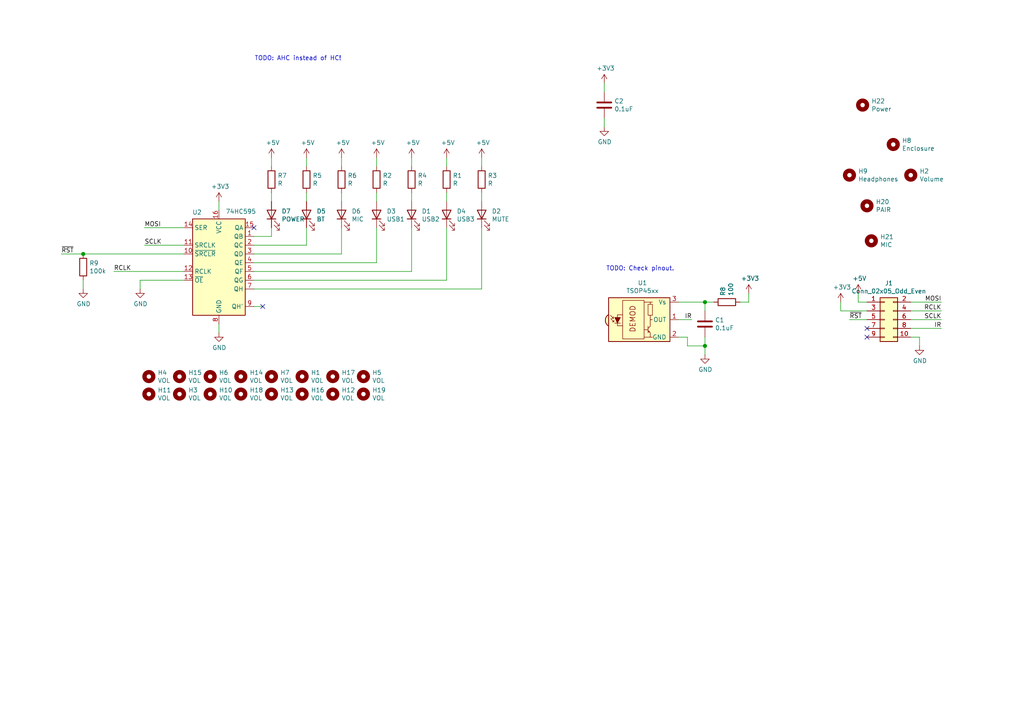
<source format=kicad_sch>
(kicad_sch (version 20201015) (generator eeschema)
  (page 1 1)
  (paper "A4")
  (lib_symbols
    (symbol "74xx:74HC595"
      (property "Reference" "U" (at -7.62 13.97 0))
      (property "Value" "74HC595" (at -7.62 -16.51 0))
      (symbol "74HC595_1_0"
        (pin tri_state line (at 10.16 7.62 180) (length 2.54) (name "QB") (number "1"))
        (pin input line (at -10.16 2.54 0) (length 2.54) (name "~SRCLR") (number "10"))
        (pin input line (at -10.16 5.08 0) (length 2.54) (name "SRCLK") (number "11"))
        (pin input line (at -10.16 -2.54 0) (length 2.54) (name "RCLK") (number "12"))
        (pin input line (at -10.16 -5.08 0) (length 2.54) (name "~OE") (number "13"))
        (pin input line (at -10.16 10.16 0) (length 2.54) (name "SER") (number "14"))
        (pin tri_state line (at 10.16 10.16 180) (length 2.54) (name "QA") (number "15"))
        (pin power_in line (at 0 15.24 270) (length 2.54) (name "VCC") (number "16"))
        (pin tri_state line (at 10.16 5.08 180) (length 2.54) (name "QC") (number "2"))
        (pin tri_state line (at 10.16 2.54 180) (length 2.54) (name "QD") (number "3"))
        (pin tri_state line (at 10.16 0 180) (length 2.54) (name "QE") (number "4"))
        (pin tri_state line (at 10.16 -2.54 180) (length 2.54) (name "QF") (number "5"))
        (pin tri_state line (at 10.16 -5.08 180) (length 2.54) (name "QG") (number "6"))
        (pin tri_state line (at 10.16 -7.62 180) (length 2.54) (name "QH") (number "7"))
        (pin power_in line (at 0 -17.78 90) (length 2.54) (name "GND") (number "8"))
        (pin output line (at 10.16 -12.7 180) (length 2.54) (name "QH'") (number "9"))
      )
      (symbol "74HC595_1_1"
        (rectangle (start -7.62 12.7) (end 7.62 -15.24) (stroke (width 0.254)) (fill (type background)))
      )
    )
    (symbol "Connector_Generic:Conn_02x05_Odd_Even" (pin_names (offset 1.016) hide)
      (property "Reference" "J" (at 1.27 7.62 0))
      (property "Value" "Conn_02x05_Odd_Even" (at 1.27 -7.62 0))
      (symbol "Conn_02x05_Odd_Even_1_1"
        (rectangle (start -1.27 -4.953) (end 0 -5.207) (stroke (width 0.1524)))
        (rectangle (start -1.27 -2.413) (end 0 -2.667) (stroke (width 0.1524)))
        (rectangle (start -1.27 2.667) (end 0 2.413) (stroke (width 0.1524)))
        (rectangle (start -1.27 5.207) (end 0 4.953) (stroke (width 0.1524)))
        (rectangle (start -1.27 6.35) (end 3.81 -6.35) (stroke (width 0.254)) (fill (type background)))
        (rectangle (start -1.27 0.127) (end 0 -0.127) (stroke (width 0.1524)))
        (rectangle (start 3.81 -4.953) (end 2.54 -5.207) (stroke (width 0.1524)))
        (rectangle (start 3.81 -2.413) (end 2.54 -2.667) (stroke (width 0.1524)))
        (rectangle (start 3.81 2.667) (end 2.54 2.413) (stroke (width 0.1524)))
        (rectangle (start 3.81 5.207) (end 2.54 4.953) (stroke (width 0.1524)))
        (rectangle (start 3.81 0.127) (end 2.54 -0.127) (stroke (width 0.1524)))
        (pin passive line (at -5.08 5.08 0) (length 3.81) (name "Pin_1") (number "1"))
        (pin passive line (at 7.62 -5.08 180) (length 3.81) (name "Pin_10") (number "10"))
        (pin passive line (at 7.62 5.08 180) (length 3.81) (name "Pin_2") (number "2"))
        (pin passive line (at -5.08 2.54 0) (length 3.81) (name "Pin_3") (number "3"))
        (pin passive line (at 7.62 2.54 180) (length 3.81) (name "Pin_4") (number "4"))
        (pin passive line (at -5.08 0 0) (length 3.81) (name "Pin_5") (number "5"))
        (pin passive line (at 7.62 0 180) (length 3.81) (name "Pin_6") (number "6"))
        (pin passive line (at -5.08 -2.54 0) (length 3.81) (name "Pin_7") (number "7"))
        (pin passive line (at 7.62 -2.54 180) (length 3.81) (name "Pin_8") (number "8"))
        (pin passive line (at -5.08 -5.08 0) (length 3.81) (name "Pin_9") (number "9"))
      )
    )
    (symbol "Device:C" (pin_numbers hide) (pin_names (offset 0.254))
      (property "Reference" "C" (at 0.635 2.54 0))
      (property "Value" "C" (at 0.635 -2.54 0))
      (symbol "C_0_1"
        (polyline (pts (xy -2.032 -0.762) (xy 2.032 -0.762)) (stroke (width 0.508)))
        (polyline (pts (xy -2.032 0.762) (xy 2.032 0.762)) (stroke (width 0.508)))
      )
      (symbol "C_1_1"
        (pin passive line (at 0 3.81 270) (length 2.794) (name "~") (number "1"))
        (pin passive line (at 0 -3.81 90) (length 2.794) (name "~") (number "2"))
      )
    )
    (symbol "Device:LED" (pin_numbers hide) (pin_names (offset 1.016) hide)
      (property "Reference" "D" (at 0 2.54 0))
      (property "Value" "LED" (at 0 -2.54 0))
      (symbol "LED_0_1"
        (polyline (pts (xy -1.27 -1.27) (xy -1.27 1.27)) (stroke (width 0.254)))
        (polyline (pts (xy -1.27 0) (xy 1.27 0)))
        (polyline (pts (xy 1.27 -1.27) (xy 1.27 1.27) (xy -1.27 0) (xy 1.27 -1.27)) (stroke (width 0.254)))
        (polyline (pts (xy -3.048 -0.762) (xy -4.572 -2.286) (xy -3.81 -2.286) (xy -4.572 -2.286) (xy -4.572 -1.524)))
        (polyline (pts (xy -1.778 -0.762) (xy -3.302 -2.286) (xy -2.54 -2.286) (xy -3.302 -2.286) (xy -3.302 -1.524)))
      )
      (symbol "LED_1_1"
        (pin passive line (at -3.81 0 0) (length 2.54) (name "K") (number "1"))
        (pin passive line (at 3.81 0 180) (length 2.54) (name "A") (number "2"))
      )
    )
    (symbol "Device:R" (pin_numbers hide) (pin_names (offset 0))
      (property "Reference" "R" (at 2.032 0 90))
      (property "Value" "R" (at 0 0 90))
      (symbol "R_0_1"
        (rectangle (start -1.016 -2.54) (end 1.016 2.54) (stroke (width 0.254)))
      )
      (symbol "R_1_1"
        (pin passive line (at 0 3.81 270) (length 1.27) (name "~") (number "1"))
        (pin passive line (at 0 -3.81 90) (length 1.27) (name "~") (number "2"))
      )
    )
    (symbol "Interface_Optical:TSOP45xx" (pin_names (offset 1.016))
      (property "Reference" "U" (at -10.16 7.62 0))
      (property "Value" "TSOP45xx" (at -10.16 -7.62 0))
      (symbol "TSOP45xx_0_0"
        (arc (start -10.287 1.397) (end -10.287 -1.778) (radius (at -9.144 -0.1778) (length 1.9558) (angles 126 -125.5)) (stroke (width 0.254)) (fill (type background)))
        (text "DEMOD" (at -3.175 0.254 900) (effects (font (size 1.524 1.524))))
        (polyline (pts (xy 1.905 -5.08) (xy 0.127 -5.08)))
        (polyline (pts (xy 1.905 5.08) (xy 0.127 5.08)))
      )
      (symbol "TSOP45xx_0_1"
        (rectangle (start -6.096 5.588) (end 0.127 -5.588))
        (rectangle (start 2.54 1.27) (end 1.27 4.445))
        (rectangle (start 7.62 6.35) (end -10.16 -6.35) (stroke (width 0.254)) (fill (type background)))
        (polyline (pts (xy -8.763 0.381) (xy -9.652 1.27)))
        (polyline (pts (xy -8.763 0.381) (xy -9.271 0.381)))
        (polyline (pts (xy -8.763 0.381) (xy -8.763 0.889)))
        (polyline (pts (xy -8.636 -0.635) (xy -9.525 0.254)))
        (polyline (pts (xy -8.636 -0.635) (xy -9.144 -0.635)))
        (polyline (pts (xy -8.636 -0.635) (xy -8.636 -0.127)))
        (polyline (pts (xy -8.382 -1.016) (xy -6.731 -1.016)))
        (polyline (pts (xy 1.27 -2.921) (xy 0.127 -2.921)))
        (polyline (pts (xy 1.27 -1.905) (xy 1.27 -3.81)))
        (polyline (pts (xy 1.397 -3.556) (xy 1.524 -3.556)))
        (polyline (pts (xy 1.651 -3.556) (xy 1.524 -3.556)))
        (polyline (pts (xy 1.651 -3.556) (xy 1.651 -3.302)))
        (polyline (pts (xy 1.905 0) (xy 1.905 1.27)))
        (polyline (pts (xy 1.905 4.445) (xy 1.905 5.08) (xy 2.54 5.08)))
        (polyline (pts (xy -8.382 0.635) (xy -6.731 0.635) (xy -7.62 -1.016) (xy -8.382 0.635)) (fill (type outline)))
        (polyline (pts (xy -6.096 1.397) (xy -7.62 1.397) (xy -7.62 -1.778) (xy -6.096 -1.778)))
        (polyline (pts (xy 1.27 -3.175) (xy 1.905 -3.81) (xy 1.905 -5.08) (xy 2.54 -5.08)))
        (polyline (pts (xy 1.27 -2.54) (xy 1.905 -1.905) (xy 1.905 0) (xy 2.54 0)))
      )
      (symbol "TSOP45xx_1_1"
        (pin output line (at 10.16 0 180) (length 2.54) (name "OUT") (number "1"))
        (pin power_in line (at 10.16 -5.08 180) (length 2.54) (name "GND") (number "2"))
        (pin power_in line (at 10.16 5.08 180) (length 2.54) (name "Vs") (number "3"))
      )
    )
    (symbol "Mechanical:MountingHole" (pin_names (offset 1.016))
      (property "Reference" "H" (at 0 5.08 0))
      (property "Value" "MountingHole" (at 0 3.175 0))
      (symbol "MountingHole_0_1"
        (circle (center 0 0) (radius 1.27) (stroke (width 1.27)))
      )
    )
    (symbol "power:+3V3" (power) (pin_names (offset 0))
      (property "Value" "+3V3" (at 0 3.556 0))
      (symbol "+3V3_0_1"
        (polyline (pts (xy -0.762 1.27) (xy 0 2.54)))
        (polyline (pts (xy 0 0) (xy 0 2.54)))
        (polyline (pts (xy 0 2.54) (xy 0.762 1.27)))
      )
      (symbol "+3V3_1_1"
        (pin power_in line (at 0 0 90) (length 0) hide (name "+3V3") (number "1"))
      )
    )
    (symbol "power:+5V" (power) (pin_names (offset 0))
      (property "Value" "+5V" (at 0 3.556 0))
      (symbol "+5V_0_1"
        (polyline (pts (xy -0.762 1.27) (xy 0 2.54)))
        (polyline (pts (xy 0 0) (xy 0 2.54)))
        (polyline (pts (xy 0 2.54) (xy 0.762 1.27)))
      )
      (symbol "+5V_1_1"
        (pin power_in line (at 0 0 90) (length 0) hide (name "+5V") (number "1"))
      )
    )
    (symbol "power:GND" (power) (pin_names (offset 0))
      (property "Value" "GND" (at 0 -3.81 0))
      (symbol "GND_0_1"
        (polyline (pts (xy 0 0) (xy 0 -1.27) (xy 1.27 -1.27) (xy 0 -2.54) (xy -1.27 -1.27) (xy 0 -1.27)))
      )
      (symbol "GND_1_1"
        (pin power_in line (at 0 0 270) (length 0) hide (name "GND") (number "1"))
      )
    )
  )
  (junction (at 24.13 73.66) (diameter 1.016))
  (junction (at 204.47 87.63) (diameter 1.016))
  (junction (at 204.47 100.33) (diameter 1.016))
  (no_connect (at 73.66 66.04))
  (no_connect (at 251.46 95.25))
  (no_connect (at 251.46 97.79))
  (no_connect (at 76.2 88.9))
  (wire (pts (xy 17.78 73.66) (xy 24.13 73.66)))
  (wire (pts (xy 24.13 73.66) (xy 53.34 73.66)))
  (wire (pts (xy 24.13 81.28) (xy 24.13 83.82)))
  (wire (pts (xy 33.02 78.74) (xy 53.34 78.74)))
  (wire (pts (xy 40.64 81.28) (xy 53.34 81.28)))
  (wire (pts (xy 40.64 83.82) (xy 40.64 81.28)))
  (wire (pts (xy 41.91 66.04) (xy 53.34 66.04)))
  (wire (pts (xy 41.91 71.12) (xy 53.34 71.12)))
  (wire (pts (xy 63.5 58.42) (xy 63.5 60.96)))
  (wire (pts (xy 63.5 93.98) (xy 63.5 96.52)))
  (wire (pts (xy 73.66 68.58) (xy 78.74 68.58)))
  (wire (pts (xy 73.66 71.12) (xy 88.9 71.12)))
  (wire (pts (xy 73.66 73.66) (xy 99.06 73.66)))
  (wire (pts (xy 73.66 76.2) (xy 109.22 76.2)))
  (wire (pts (xy 73.66 78.74) (xy 119.38 78.74)))
  (wire (pts (xy 73.66 81.28) (xy 129.54 81.28)))
  (wire (pts (xy 73.66 83.82) (xy 139.7 83.82)))
  (wire (pts (xy 73.66 88.9) (xy 76.2 88.9)))
  (wire (pts (xy 78.74 45.72) (xy 78.74 48.26)))
  (wire (pts (xy 78.74 55.88) (xy 78.74 58.42)))
  (wire (pts (xy 78.74 68.58) (xy 78.74 66.04)))
  (wire (pts (xy 88.9 45.72) (xy 88.9 48.26)))
  (wire (pts (xy 88.9 55.88) (xy 88.9 58.42)))
  (wire (pts (xy 88.9 71.12) (xy 88.9 66.04)))
  (wire (pts (xy 99.06 45.72) (xy 99.06 48.26)))
  (wire (pts (xy 99.06 55.88) (xy 99.06 58.42)))
  (wire (pts (xy 99.06 73.66) (xy 99.06 66.04)))
  (wire (pts (xy 109.22 45.72) (xy 109.22 48.26)))
  (wire (pts (xy 109.22 55.88) (xy 109.22 58.42)))
  (wire (pts (xy 109.22 76.2) (xy 109.22 66.04)))
  (wire (pts (xy 119.38 45.72) (xy 119.38 48.26)))
  (wire (pts (xy 119.38 55.88) (xy 119.38 58.42)))
  (wire (pts (xy 119.38 78.74) (xy 119.38 66.04)))
  (wire (pts (xy 129.54 45.72) (xy 129.54 48.26)))
  (wire (pts (xy 129.54 55.88) (xy 129.54 58.42)))
  (wire (pts (xy 129.54 81.28) (xy 129.54 66.04)))
  (wire (pts (xy 139.7 45.72) (xy 139.7 48.26)))
  (wire (pts (xy 139.7 55.88) (xy 139.7 58.42)))
  (wire (pts (xy 139.7 83.82) (xy 139.7 66.04)))
  (wire (pts (xy 175.26 24.13) (xy 175.26 26.67)))
  (wire (pts (xy 175.26 34.29) (xy 175.26 36.83)))
  (wire (pts (xy 196.85 87.63) (xy 204.47 87.63)))
  (wire (pts (xy 196.85 92.71) (xy 200.66 92.71)))
  (wire (pts (xy 199.39 97.79) (xy 196.85 97.79)))
  (wire (pts (xy 199.39 100.33) (xy 199.39 97.79)))
  (wire (pts (xy 204.47 87.63) (xy 204.47 90.17)))
  (wire (pts (xy 204.47 87.63) (xy 207.01 87.63)))
  (wire (pts (xy 204.47 97.79) (xy 204.47 100.33)))
  (wire (pts (xy 204.47 100.33) (xy 199.39 100.33)))
  (wire (pts (xy 204.47 100.33) (xy 204.47 102.87)))
  (wire (pts (xy 214.63 87.63) (xy 217.17 87.63)))
  (wire (pts (xy 217.17 87.63) (xy 217.17 85.09)))
  (wire (pts (xy 243.84 90.17) (xy 243.84 87.63)))
  (wire (pts (xy 246.38 92.71) (xy 251.46 92.71)))
  (wire (pts (xy 248.92 85.09) (xy 248.92 87.63)))
  (wire (pts (xy 248.92 87.63) (xy 251.46 87.63)))
  (wire (pts (xy 251.46 90.17) (xy 243.84 90.17)))
  (wire (pts (xy 264.16 87.63) (xy 273.05 87.63)))
  (wire (pts (xy 264.16 90.17) (xy 273.05 90.17)))
  (wire (pts (xy 264.16 92.71) (xy 273.05 92.71)))
  (wire (pts (xy 264.16 95.25) (xy 273.05 95.25)))
  (wire (pts (xy 264.16 97.79) (xy 266.7 97.79)))
  (wire (pts (xy 266.7 97.79) (xy 266.7 100.33)))
  (text "TODO: AHC instead of HC!" (at 99.06 17.78 180) (effects (font (size 1.27 1.27)) (justify right bottom)))
  (text "TODO: Check pinout." (at 195.58 78.74 180) (effects (font (size 1.27 1.27)) (justify right bottom)))
  (label "~RST" (at 17.78 73.66 0))
  (label "RCLK" (at 33.02 78.74 0))
  (label "MOSI" (at 41.91 66.04 0))
  (label "SCLK" (at 41.91 71.12 0))
  (label "IR" (at 200.66 92.71 180))
  (label "~RST" (at 246.38 92.71 0))
  (label "MOSI" (at 273.05 87.63 180))
  (label "RCLK" (at 273.05 90.17 180))
  (label "SCLK" (at 273.05 92.71 180))
  (label "IR" (at 273.05 95.25 180))
  (symbol (lib_id "power:+3V3") (at 63.5 58.42 0) (unit 1)
    (property "Reference" "#PWR0101" (effects hide))
    (property "Value" "+3V3" (at 63.8683 54.0956 0))
  )
  (symbol (lib_id "power:+5V") (at 78.74 45.72 0) (unit 1)
    (property "Reference" "#PWR0114" (effects hide))
    (property "Value" "+5V" (at 79.1083 41.3956 0))
  )
  (symbol (lib_id "power:+5V") (at 88.9 45.72 0) (unit 1)
    (property "Reference" "#PWR0113" (effects hide))
    (property "Value" "+5V" (at 89.2683 41.3956 0))
  )
  (symbol (lib_id "power:+5V") (at 99.06 45.72 0) (unit 1)
    (property "Reference" "#PWR0105" (effects hide))
    (property "Value" "+5V" (at 99.4283 41.3956 0))
  )
  (symbol (lib_id "power:+5V") (at 109.22 45.72 0) (unit 1)
    (property "Reference" "#PWR0102" (effects hide))
    (property "Value" "+5V" (at 109.5883 41.3956 0))
  )
  (symbol (lib_id "power:+5V") (at 119.38 45.72 0) (unit 1)
    (property "Reference" "#PWR0107" (effects hide))
    (property "Value" "+5V" (at 119.7483 41.3956 0))
  )
  (symbol (lib_id "power:+5V") (at 129.54 45.72 0) (unit 1)
    (property "Reference" "#PWR0106" (effects hide))
    (property "Value" "+5V" (at 129.9083 41.3956 0))
  )
  (symbol (lib_id "power:+5V") (at 139.7 45.72 0) (unit 1)
    (property "Reference" "#PWR0112" (effects hide))
    (property "Value" "+5V" (at 140.0683 41.3956 0))
  )
  (symbol (lib_id "power:+3V3") (at 175.26 24.13 0) (unit 1)
    (property "Reference" "#PWR0121" (effects hide))
    (property "Value" "+3V3" (at 175.6283 19.8056 0))
  )
  (symbol (lib_id "power:+3V3") (at 217.17 85.09 0) (unit 1)
    (property "Reference" "#PWR0115" (effects hide))
    (property "Value" "+3V3" (at 217.5383 80.7656 0))
  )
  (symbol (lib_id "power:+3V3") (at 243.84 87.63 0) (unit 1)
    (property "Reference" "#PWR0109" (effects hide))
    (property "Value" "+3V3" (at 244.2083 83.3056 0))
  )
  (symbol (lib_id "power:+5V") (at 248.92 85.09 0) (unit 1)
    (property "Reference" "#PWR0111" (effects hide))
    (property "Value" "+5V" (at 249.2883 80.7656 0))
  )
  (symbol (lib_id "power:GND") (at 24.13 83.82 0) (unit 1)
    (property "Reference" "#PWR0103" (effects hide))
    (property "Value" "GND" (at 24.2443 88.1444 0))
  )
  (symbol (lib_id "power:GND") (at 40.64 83.82 0) (unit 1)
    (property "Reference" "#PWR0108" (effects hide))
    (property "Value" "GND" (at 40.7543 88.1444 0))
  )
  (symbol (lib_id "power:GND") (at 63.5 96.52 0) (unit 1)
    (property "Reference" "#PWR0104" (effects hide))
    (property "Value" "GND" (at 63.6143 100.8444 0))
  )
  (symbol (lib_id "power:GND") (at 175.26 36.83 0) (unit 1)
    (property "Reference" "#PWR0120" (effects hide))
    (property "Value" "GND" (at 175.3743 41.1544 0))
  )
  (symbol (lib_id "power:GND") (at 204.47 102.87 0) (unit 1)
    (property "Reference" "#PWR0116" (effects hide))
    (property "Value" "GND" (at 204.5843 107.1944 0))
  )
  (symbol (lib_id "power:GND") (at 266.7 100.33 0) (unit 1)
    (property "Reference" "#PWR0110" (effects hide))
    (property "Value" "GND" (at 266.8143 104.6544 0))
  )
  (symbol (lib_id "Mechanical:MountingHole") (at 43.18 109.22 0) (unit 1)
    (property "Reference" "H4" (at 45.7201 108.0706 0) (effects (justify left)))
    (property "Value" "VOL" (at 45.72 110.369 0) (effects (justify left)))
    (property "Footprint" "FrontPanel-Footprints:PanelCutout_LED_0603_1608Metric_SideView_Inolux" (effects hide))
  )
  (symbol (lib_id "Mechanical:MountingHole") (at 43.18 114.3 0) (unit 1)
    (property "Reference" "H11" (at 45.7201 113.1506 0) (effects (justify left)))
    (property "Value" "VOL" (at 45.72 115.449 0) (effects (justify left)))
    (property "Footprint" "FrontPanel-Footprints:PanelCutout_LED_0603_1608Metric_SideView_Inolux" (effects hide))
  )
  (symbol (lib_id "Mechanical:MountingHole") (at 52.07 109.22 0) (unit 1)
    (property "Reference" "H15" (at 54.6101 108.0706 0) (effects (justify left)))
    (property "Value" "VOL" (at 54.61 110.369 0) (effects (justify left)))
    (property "Footprint" "FrontPanel-Footprints:PanelCutout_LED_0603_1608Metric_SideView_Inolux" (effects hide))
  )
  (symbol (lib_id "Mechanical:MountingHole") (at 52.07 114.3 0) (unit 1)
    (property "Reference" "H3" (at 54.6101 113.1506 0) (effects (justify left)))
    (property "Value" "VOL" (at 54.61 115.449 0) (effects (justify left)))
    (property "Footprint" "FrontPanel-Footprints:PanelCutout_LED_0603_1608Metric_SideView_Inolux" (effects hide))
  )
  (symbol (lib_id "Mechanical:MountingHole") (at 60.96 109.22 0) (unit 1)
    (property "Reference" "H6" (at 63.5001 108.0706 0) (effects (justify left)))
    (property "Value" "VOL" (at 63.5 110.369 0) (effects (justify left)))
    (property "Footprint" "FrontPanel-Footprints:PanelCutout_LED_0603_1608Metric_SideView_Inolux" (effects hide))
  )
  (symbol (lib_id "Mechanical:MountingHole") (at 60.96 114.3 0) (unit 1)
    (property "Reference" "H10" (at 63.5001 113.1506 0) (effects (justify left)))
    (property "Value" "VOL" (at 63.5 115.449 0) (effects (justify left)))
    (property "Footprint" "FrontPanel-Footprints:PanelCutout_LED_0603_1608Metric_SideView_Inolux" (effects hide))
  )
  (symbol (lib_id "Mechanical:MountingHole") (at 69.85 109.22 0) (unit 1)
    (property "Reference" "H14" (at 72.3901 108.0706 0) (effects (justify left)))
    (property "Value" "VOL" (at 72.39 110.369 0) (effects (justify left)))
    (property "Footprint" "FrontPanel-Footprints:PanelCutout_LED_0603_1608Metric_SideView_Inolux" (effects hide))
  )
  (symbol (lib_id "Mechanical:MountingHole") (at 69.85 114.3 0) (unit 1)
    (property "Reference" "H18" (at 72.3901 113.1506 0) (effects (justify left)))
    (property "Value" "VOL" (at 72.39 115.449 0) (effects (justify left)))
    (property "Footprint" "FrontPanel-Footprints:PanelCutout_LED_0603_1608Metric_SideView_Inolux" (effects hide))
  )
  (symbol (lib_id "Mechanical:MountingHole") (at 78.74 109.22 0) (unit 1)
    (property "Reference" "H7" (at 81.2801 108.0706 0) (effects (justify left)))
    (property "Value" "VOL" (at 81.28 110.369 0) (effects (justify left)))
    (property "Footprint" "FrontPanel-Footprints:PanelCutout_LED_0603_1608Metric_SideView_Inolux" (effects hide))
  )
  (symbol (lib_id "Mechanical:MountingHole") (at 78.74 114.3 0) (unit 1)
    (property "Reference" "H13" (at 81.2801 113.1506 0) (effects (justify left)))
    (property "Value" "VOL" (at 81.28 115.449 0) (effects (justify left)))
    (property "Footprint" "FrontPanel-Footprints:PanelCutout_LED_0603_1608Metric_SideView_Inolux" (effects hide))
  )
  (symbol (lib_id "Mechanical:MountingHole") (at 87.63 109.22 0) (unit 1)
    (property "Reference" "H1" (at 90.1701 108.0706 0) (effects (justify left)))
    (property "Value" "VOL" (at 90.17 110.369 0) (effects (justify left)))
    (property "Footprint" "FrontPanel-Footprints:PanelCutout_LED_0603_1608Metric_SideView_Inolux" (effects hide))
  )
  (symbol (lib_id "Mechanical:MountingHole") (at 87.63 114.3 0) (unit 1)
    (property "Reference" "H16" (at 90.1701 113.1506 0) (effects (justify left)))
    (property "Value" "VOL" (at 90.17 115.449 0) (effects (justify left)))
    (property "Footprint" "FrontPanel-Footprints:PanelCutout_LED_0603_1608Metric_SideView_Inolux" (effects hide))
  )
  (symbol (lib_id "Mechanical:MountingHole") (at 96.52 109.22 0) (unit 1)
    (property "Reference" "H17" (at 99.0601 108.0706 0) (effects (justify left)))
    (property "Value" "VOL" (at 99.06 110.369 0) (effects (justify left)))
    (property "Footprint" "FrontPanel-Footprints:PanelCutout_LED_0603_1608Metric_SideView_Inolux" (effects hide))
  )
  (symbol (lib_id "Mechanical:MountingHole") (at 96.52 114.3 0) (unit 1)
    (property "Reference" "H12" (at 99.0601 113.1506 0) (effects (justify left)))
    (property "Value" "VOL" (at 99.06 115.449 0) (effects (justify left)))
    (property "Footprint" "FrontPanel-Footprints:PanelCutout_LED_0603_1608Metric_SideView_Inolux" (effects hide))
  )
  (symbol (lib_id "Mechanical:MountingHole") (at 105.41 109.22 0) (unit 1)
    (property "Reference" "H5" (at 107.9501 108.0706 0) (effects (justify left)))
    (property "Value" "VOL" (at 107.95 110.369 0) (effects (justify left)))
    (property "Footprint" "FrontPanel-Footprints:PanelCutout_LED_0603_1608Metric_SideView_Inolux" (effects hide))
  )
  (symbol (lib_id "Mechanical:MountingHole") (at 105.41 114.3 0) (unit 1)
    (property "Reference" "H19" (at 107.9501 113.1506 0) (effects (justify left)))
    (property "Value" "VOL" (at 107.95 115.449 0) (effects (justify left)))
    (property "Footprint" "FrontPanel-Footprints:PanelCutout_LED_0603_1608Metric_SideView_Inolux" (effects hide))
  )
  (symbol (lib_id "Mechanical:MountingHole") (at 246.38 50.8 0) (unit 1)
    (property "Reference" "H9" (at 248.9201 49.6506 0) (effects (justify left)))
    (property "Value" "Headphones" (at 248.92 51.949 0) (effects (justify left)))
    (property "Footprint" "FrontPanel-Footprints:PanelCutout_Jack_3.5mm_CUI_SJ-435107" (effects hide))
  )
  (symbol (lib_id "Mechanical:MountingHole") (at 250.19 30.48 0) (unit 1)
    (property "Reference" "H22" (at 252.7301 29.3306 0) (effects (justify left)))
    (property "Value" "Power" (at 252.73 31.629 0) (effects (justify left)))
    (property "Footprint" "FrontPanel-Footprints:PanelCutout_SW_E-Switch_100SP-M7" (effects hide))
  )
  (symbol (lib_id "Mechanical:MountingHole") (at 251.46 59.69 0) (unit 1)
    (property "Reference" "H20" (at 254.0001 58.5406 0) (effects (justify left)))
    (property "Value" "PAIR" (at 254 60.839 0) (effects (justify left)))
    (property "Footprint" "FrontPanel-Footprints:PanelCutout_SW_E-Switch_100SP-M7" (effects hide))
  )
  (symbol (lib_id "Mechanical:MountingHole") (at 252.73 69.85 0) (unit 1)
    (property "Reference" "H21" (at 255.2701 68.7006 0) (effects (justify left)))
    (property "Value" "MIC" (at 255.27 70.999 0) (effects (justify left)))
    (property "Footprint" "FrontPanel-Footprints:PanelCutout_SW_E-Switch_100SP-M7" (effects hide))
  )
  (symbol (lib_id "Mechanical:MountingHole") (at 259.08 41.91 0) (unit 1)
    (property "Reference" "H8" (at 261.6201 40.7606 0) (effects (justify left)))
    (property "Value" "Enclosure" (at 261.62 43.059 0) (effects (justify left)))
    (property "Footprint" "FrontPanel-Footprints:EnclosureEndPlate_1455L1601" (effects hide))
  )
  (symbol (lib_id "Mechanical:MountingHole") (at 264.16 50.8 0) (unit 1)
    (property "Reference" "H2" (at 266.7001 49.6506 0) (effects (justify left)))
    (property "Value" "Volume" (at 266.7 51.949 0) (effects (justify left)))
    (property "Footprint" "FrontPanel-Footprints:PanelCutout_RotaryEncoder_TT_EN12-V_Knob16mm" (effects hide))
  )
  (symbol (lib_id "Device:R") (at 24.13 77.47 0) (unit 1)
    (property "Reference" "R9" (at 25.9081 76.3206 0) (effects (justify left)))
    (property "Value" "100k" (at 25.908 78.619 0) (effects (justify left)))
    (property "Footprint" "Resistor_SMD:R_0603_1608Metric" (effects hide))
  )
  (symbol (lib_id "Device:R") (at 78.74 52.07 0) (unit 1)
    (property "Reference" "R7" (at 80.518 50.921 0) (effects (justify left)))
    (property "Value" "R" (at 80.5181 53.2193 0) (effects (justify left)))
    (property "Footprint" "Resistor_SMD:R_0603_1608Metric" (effects hide))
  )
  (symbol (lib_id "Device:R") (at 88.9 52.07 0) (unit 1)
    (property "Reference" "R5" (at 90.678 50.921 0) (effects (justify left)))
    (property "Value" "R" (at 90.6781 53.2193 0) (effects (justify left)))
    (property "Footprint" "Resistor_SMD:R_0603_1608Metric" (effects hide))
  )
  (symbol (lib_id "Device:R") (at 99.06 52.07 0) (unit 1)
    (property "Reference" "R6" (at 100.838 50.921 0) (effects (justify left)))
    (property "Value" "R" (at 100.8381 53.2193 0) (effects (justify left)))
    (property "Footprint" "Resistor_SMD:R_0603_1608Metric" (effects hide))
  )
  (symbol (lib_id "Device:R") (at 109.22 52.07 0) (unit 1)
    (property "Reference" "R2" (at 110.998 50.921 0) (effects (justify left)))
    (property "Value" "R" (at 110.9981 53.2193 0) (effects (justify left)))
    (property "Footprint" "Resistor_SMD:R_0603_1608Metric" (effects hide))
  )
  (symbol (lib_id "Device:R") (at 119.38 52.07 0) (unit 1)
    (property "Reference" "R4" (at 121.158 50.921 0) (effects (justify left)))
    (property "Value" "R" (at 121.1581 53.2193 0) (effects (justify left)))
    (property "Footprint" "Resistor_SMD:R_0603_1608Metric" (effects hide))
  )
  (symbol (lib_id "Device:R") (at 129.54 52.07 0) (unit 1)
    (property "Reference" "R1" (at 131.318 50.921 0) (effects (justify left)))
    (property "Value" "R" (at 131.3181 53.2193 0) (effects (justify left)))
    (property "Footprint" "Resistor_SMD:R_0603_1608Metric" (effects hide))
  )
  (symbol (lib_id "Device:R") (at 139.7 52.07 0) (unit 1)
    (property "Reference" "R3" (at 141.478 50.921 0) (effects (justify left)))
    (property "Value" "R" (at 141.4781 53.2193 0) (effects (justify left)))
    (property "Footprint" "Resistor_SMD:R_0603_1608Metric" (effects hide))
  )
  (symbol (lib_id "Device:R") (at 210.82 87.63 90) (unit 1)
    (property "Reference" "R8" (at 209.671 85.852 0) (effects (justify left)))
    (property "Value" "100" (at 211.969 85.852 0) (effects (justify left)))
    (property "Footprint" "Resistor_SMD:R_0603_1608Metric" (effects hide))
  )
  (symbol (lib_id "Device:LED") (at 78.74 62.23 90) (unit 1)
    (property "Reference" "D7" (at 81.661 61.271 90) (effects (justify right)))
    (property "Value" "POWER" (at 81.661 63.57 90) (effects (justify right)))
    (property "Footprint" "FrontPanel-Footprints:LED_0805_2012Metric_ReverseMount" (effects hide))
  )
  (symbol (lib_id "Device:LED") (at 88.9 62.23 90) (unit 1)
    (property "Reference" "D5" (at 91.821 61.271 90) (effects (justify right)))
    (property "Value" "BT" (at 91.821 63.57 90) (effects (justify right)))
    (property "Footprint" "FrontPanel-Footprints:LED_0805_2012Metric_ReverseMount" (effects hide))
  )
  (symbol (lib_id "Device:LED") (at 99.06 62.23 90) (unit 1)
    (property "Reference" "D6" (at 101.981 61.271 90) (effects (justify right)))
    (property "Value" "MIC" (at 101.981 63.57 90) (effects (justify right)))
    (property "Footprint" "FrontPanel-Footprints:LED_0805_2012Metric_ReverseMount" (effects hide))
  )
  (symbol (lib_id "Device:LED") (at 109.22 62.23 90) (unit 1)
    (property "Reference" "D3" (at 112.141 61.271 90) (effects (justify right)))
    (property "Value" "USB1" (at 112.141 63.57 90) (effects (justify right)))
    (property "Footprint" "FrontPanel-Footprints:LED_0805_2012Metric_ReverseMount" (effects hide))
  )
  (symbol (lib_id "Device:LED") (at 119.38 62.23 90) (unit 1)
    (property "Reference" "D1" (at 122.301 61.271 90) (effects (justify right)))
    (property "Value" "USB2" (at 122.301 63.57 90) (effects (justify right)))
    (property "Footprint" "FrontPanel-Footprints:LED_0805_2012Metric_ReverseMount" (effects hide))
  )
  (symbol (lib_id "Device:LED") (at 129.54 62.23 90) (unit 1)
    (property "Reference" "D4" (at 132.461 61.271 90) (effects (justify right)))
    (property "Value" "USB3" (at 132.461 63.57 90) (effects (justify right)))
    (property "Footprint" "FrontPanel-Footprints:LED_0805_2012Metric_ReverseMount" (effects hide))
  )
  (symbol (lib_id "Device:LED") (at 139.7 62.23 90) (unit 1)
    (property "Reference" "D2" (at 142.621 61.271 90) (effects (justify right)))
    (property "Value" "MUTE" (at 142.621 63.57 90) (effects (justify right)))
    (property "Footprint" "FrontPanel-Footprints:LED_0805_2012Metric_ReverseMount" (effects hide))
  )
  (symbol (lib_id "Device:C") (at 175.26 30.48 0) (unit 1)
    (property "Reference" "C2" (at 178.1811 29.3306 0) (effects (justify left)))
    (property "Value" "0.1uF" (at 178.181 31.629 0) (effects (justify left)))
    (property "Footprint" "Capacitor_SMD:C_0603_1608Metric" (effects hide))
  )
  (symbol (lib_id "Device:C") (at 204.47 93.98 0) (unit 1)
    (property "Reference" "C1" (at 207.3911 92.8306 0) (effects (justify left)))
    (property "Value" "0.1uF" (at 207.391 95.129 0) (effects (justify left)))
    (property "Footprint" "Capacitor_SMD:C_0603_1608Metric" (effects hide))
  )
  (symbol (lib_id "Connector_Generic:Conn_02x05_Odd_Even") (at 256.54 92.71 0) (unit 1)
    (property "Reference" "J1" (at 257.81 82.1498 0))
    (property "Value" "Conn_02x05_Odd_Even" (at 257.81 84.4485 0))
    (property "Footprint" "Connector_PinHeader_2.54mm:PinHeader_2x05_P2.54mm_Vertical_SMD" (effects hide))
  )
  (symbol (lib_id "Interface_Optical:TSOP45xx") (at 186.69 92.71 0) (unit 1)
    (property "Reference" "U1" (at 186.3471 82.0482 0))
    (property "Value" "TSOP45xx" (at 186.3471 84.3469 0))
    (property "Footprint" "FrontPanel-Footprints:Vishay_Mold_Reverse" (effects hide))
    (property "Datasheet" "http://www.vishay.com/docs/82460/tsop45.pdf" (effects hide))
  )
  (symbol (lib_id "74xx:74HC595") (at 63.5 76.2 0) (unit 1)
    (property "Reference" "U2" (at 57.15 61.5758 0))
    (property "Value" "74HC595" (at 69.85 61.3345 0))
    (property "Footprint" "Package_SO:TSSOP-16_4.4x5mm_P0.65mm" (effects hide))
    (property "Datasheet" "http://www.ti.com/lit/ds/symlink/sn74hc595.pdf" (effects hide))
  )
)
</source>
